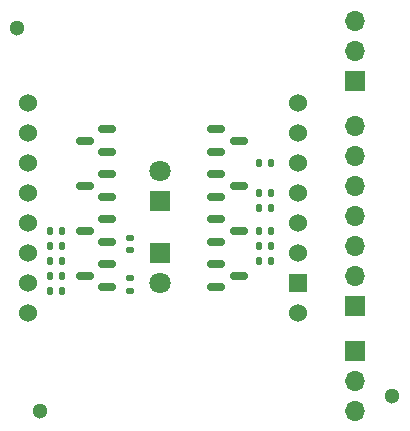
<source format=gbr>
%TF.GenerationSoftware,KiCad,Pcbnew,(6.0.6)*%
%TF.CreationDate,2022-12-26T19:12:46+01:00*%
%TF.ProjectId,ESPkamstrup,4553506b-616d-4737-9472-75702e6b6963,rev?*%
%TF.SameCoordinates,Original*%
%TF.FileFunction,Soldermask,Top*%
%TF.FilePolarity,Negative*%
%FSLAX46Y46*%
G04 Gerber Fmt 4.6, Leading zero omitted, Abs format (unit mm)*
G04 Created by KiCad (PCBNEW (6.0.6)) date 2022-12-26 19:12:46*
%MOMM*%
%LPD*%
G01*
G04 APERTURE LIST*
G04 Aperture macros list*
%AMRoundRect*
0 Rectangle with rounded corners*
0 $1 Rounding radius*
0 $2 $3 $4 $5 $6 $7 $8 $9 X,Y pos of 4 corners*
0 Add a 4 corners polygon primitive as box body*
4,1,4,$2,$3,$4,$5,$6,$7,$8,$9,$2,$3,0*
0 Add four circle primitives for the rounded corners*
1,1,$1+$1,$2,$3*
1,1,$1+$1,$4,$5*
1,1,$1+$1,$6,$7*
1,1,$1+$1,$8,$9*
0 Add four rect primitives between the rounded corners*
20,1,$1+$1,$2,$3,$4,$5,0*
20,1,$1+$1,$4,$5,$6,$7,0*
20,1,$1+$1,$6,$7,$8,$9,0*
20,1,$1+$1,$8,$9,$2,$3,0*%
G04 Aperture macros list end*
%ADD10RoundRect,0.150000X-0.587500X-0.150000X0.587500X-0.150000X0.587500X0.150000X-0.587500X0.150000X0*%
%ADD11R,1.700000X1.700000*%
%ADD12O,1.700000X1.700000*%
%ADD13RoundRect,0.150000X0.587500X0.150000X-0.587500X0.150000X-0.587500X-0.150000X0.587500X-0.150000X0*%
%ADD14C,1.524000*%
%ADD15R,1.524000X1.524000*%
%ADD16RoundRect,0.135000X0.135000X0.185000X-0.135000X0.185000X-0.135000X-0.185000X0.135000X-0.185000X0*%
%ADD17RoundRect,0.135000X-0.185000X0.135000X-0.185000X-0.135000X0.185000X-0.135000X0.185000X0.135000X0*%
%ADD18C,1.300000*%
%ADD19RoundRect,0.135000X0.185000X-0.135000X0.185000X0.135000X-0.185000X0.135000X-0.185000X-0.135000X0*%
%ADD20R,1.800000X1.800000*%
%ADD21C,1.800000*%
G04 APERTURE END LIST*
D10*
%TO.C,Q8*%
X143842500Y-74615000D03*
X143842500Y-76515000D03*
X145717500Y-75565000D03*
%TD*%
D11*
%TO.C,J1*%
X155575000Y-93360000D03*
D12*
X155575000Y-95900000D03*
X155575000Y-98440000D03*
%TD*%
D13*
%TO.C,Q3*%
X134590000Y-87945000D03*
X134590000Y-86045000D03*
X132715000Y-86995000D03*
%TD*%
D14*
%TO.C,U1*%
X127855000Y-72390000D03*
X127855000Y-74930000D03*
X127855000Y-77470000D03*
X127855000Y-80010000D03*
X127855000Y-82550000D03*
X127855000Y-85090000D03*
X127855000Y-87630000D03*
X127855000Y-90170000D03*
X150715000Y-90170000D03*
D15*
X150715000Y-87630000D03*
D14*
X150715000Y-85090000D03*
X150715000Y-82550000D03*
X150715000Y-80010000D03*
X150715000Y-77470000D03*
X150715000Y-74930000D03*
X150715000Y-72390000D03*
%TD*%
D16*
%TO.C,R2*%
X130810000Y-83185000D03*
X129790000Y-83185000D03*
%TD*%
D13*
%TO.C,Q2*%
X134590000Y-76515000D03*
X134590000Y-74615000D03*
X132715000Y-75565000D03*
%TD*%
D16*
%TO.C,R8*%
X148465000Y-85725000D03*
X147445000Y-85725000D03*
%TD*%
D13*
%TO.C,Q4*%
X134590000Y-84135000D03*
X134590000Y-82235000D03*
X132715000Y-83185000D03*
%TD*%
D17*
%TO.C,R5*%
X136525000Y-87245000D03*
X136525000Y-88265000D03*
%TD*%
D16*
%TO.C,R6*%
X130810000Y-84455000D03*
X129790000Y-84455000D03*
%TD*%
D10*
%TO.C,Q5*%
X143842500Y-86045000D03*
X143842500Y-87945000D03*
X145717500Y-86995000D03*
%TD*%
D11*
%TO.C,J3*%
X155575000Y-70485000D03*
D12*
X155575000Y-67945000D03*
X155575000Y-65405000D03*
%TD*%
D18*
%TO.C,*%
X128905000Y-98425000D03*
%TD*%
D13*
%TO.C,Q1*%
X134590000Y-80325000D03*
X134590000Y-78425000D03*
X132715000Y-79375000D03*
%TD*%
D11*
%TO.C,J2*%
X155575000Y-89535000D03*
D12*
X155575000Y-86995000D03*
X155575000Y-84455000D03*
X155575000Y-81915000D03*
X155575000Y-79375000D03*
X155575000Y-76835000D03*
X155575000Y-74295000D03*
%TD*%
D10*
%TO.C,Q7*%
X143842500Y-78425000D03*
X143842500Y-80325000D03*
X145717500Y-79375000D03*
%TD*%
D16*
%TO.C,R12*%
X148465000Y-80010000D03*
X147445000Y-80010000D03*
%TD*%
%TO.C,R3*%
X130810000Y-86995000D03*
X129790000Y-86995000D03*
%TD*%
%TO.C,R10*%
X148465000Y-81280000D03*
X147445000Y-81280000D03*
%TD*%
%TO.C,R9*%
X148465000Y-84455000D03*
X147445000Y-84455000D03*
%TD*%
%TO.C,R13*%
X148465000Y-77470000D03*
X147445000Y-77470000D03*
%TD*%
%TO.C,R7*%
X130810000Y-88265000D03*
X129790000Y-88265000D03*
%TD*%
D18*
%TO.C,*%
X158750000Y-97155000D03*
%TD*%
%TO.C,*%
X127000000Y-66040000D03*
%TD*%
D10*
%TO.C,Q6*%
X143842500Y-82235000D03*
X143842500Y-84135000D03*
X145717500Y-83185000D03*
%TD*%
D19*
%TO.C,R4*%
X136525000Y-84840000D03*
X136525000Y-83820000D03*
%TD*%
D16*
%TO.C,R11*%
X148465000Y-83185000D03*
X147445000Y-83185000D03*
%TD*%
%TO.C,R1*%
X130810000Y-85725000D03*
X129790000Y-85725000D03*
%TD*%
D20*
%TO.C,D1*%
X139065000Y-80650000D03*
D21*
X139065000Y-78110000D03*
%TD*%
D20*
%TO.C,D2*%
X139065000Y-85090000D03*
D21*
X139065000Y-87630000D03*
%TD*%
M02*

</source>
